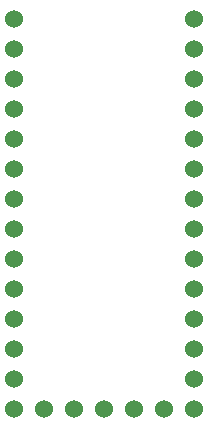
<source format=gbr>
%TF.GenerationSoftware,KiCad,Pcbnew,9.0.0*%
%TF.CreationDate,2025-04-24T22:16:00-04:00*%
%TF.ProjectId,SeniorProject,53656e69-6f72-4507-926f-6a6563742e6b,rev?*%
%TF.SameCoordinates,Original*%
%TF.FileFunction,Soldermask,Bot*%
%TF.FilePolarity,Negative*%
%FSLAX46Y46*%
G04 Gerber Fmt 4.6, Leading zero omitted, Abs format (unit mm)*
G04 Created by KiCad (PCBNEW 9.0.0) date 2025-04-24 22:16:00*
%MOMM*%
%LPD*%
G01*
G04 APERTURE LIST*
%ADD10C,1.530000*%
G04 APERTURE END LIST*
D10*
%TO.C,U1*%
X112000000Y-82820000D03*
X112000000Y-85360000D03*
X112000000Y-87900000D03*
X112000000Y-90440000D03*
X117080000Y-113300000D03*
X127240000Y-85360000D03*
X112000000Y-92980000D03*
X112000000Y-95520000D03*
X112000000Y-98060000D03*
X112000000Y-100600000D03*
X112000000Y-103140000D03*
X112000000Y-105680000D03*
X112000000Y-108220000D03*
X112000000Y-110760000D03*
X112000000Y-113300000D03*
X127240000Y-113300000D03*
X127240000Y-110760000D03*
X127240000Y-108220000D03*
X127240000Y-105680000D03*
X127240000Y-103140000D03*
X127240000Y-100600000D03*
X127240000Y-98060000D03*
X127240000Y-95520000D03*
X127240000Y-92980000D03*
X127240000Y-90440000D03*
X127240000Y-87900000D03*
X112000000Y-80280000D03*
X119620000Y-113300000D03*
X127240000Y-82820000D03*
X124700000Y-113300000D03*
X122160000Y-113300000D03*
X114540000Y-113300000D03*
X127240000Y-80280000D03*
%TD*%
M02*

</source>
